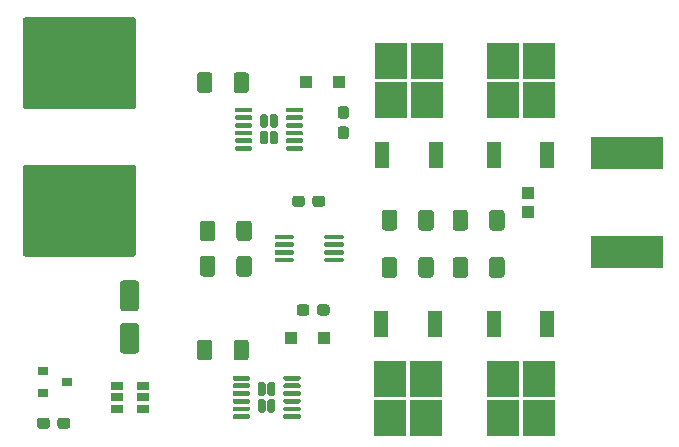
<source format=gtp>
G04 #@! TF.GenerationSoftware,KiCad,Pcbnew,(5.1.10)-1*
G04 #@! TF.CreationDate,2021-09-07T16:34:36-04:00*
G04 #@! TF.ProjectId,Motor_Controller,4d6f746f-725f-4436-9f6e-74726f6c6c65,rev?*
G04 #@! TF.SameCoordinates,Original*
G04 #@! TF.FileFunction,Paste,Top*
G04 #@! TF.FilePolarity,Positive*
%FSLAX46Y46*%
G04 Gerber Fmt 4.6, Leading zero omitted, Abs format (unit mm)*
G04 Created by KiCad (PCBNEW (5.1.10)-1) date 2021-09-07 16:34:36*
%MOMM*%
%LPD*%
G01*
G04 APERTURE LIST*
%ADD10R,1.060000X0.650000*%
%ADD11R,0.900000X0.800000*%
%ADD12R,1.000000X1.000000*%
%ADD13R,6.200000X2.700000*%
%ADD14R,2.750000X3.050000*%
%ADD15R,1.200000X2.200000*%
%ADD16R,1.100000X1.100000*%
G04 APERTURE END LIST*
G36*
G01*
X61262500Y-148837500D02*
X61262500Y-148362500D01*
G75*
G02*
X61500000Y-148125000I237500J0D01*
G01*
X62100000Y-148125000D01*
G75*
G02*
X62337500Y-148362500I0J-237500D01*
G01*
X62337500Y-148837500D01*
G75*
G02*
X62100000Y-149075000I-237500J0D01*
G01*
X61500000Y-149075000D01*
G75*
G02*
X61262500Y-148837500I0J237500D01*
G01*
G37*
G36*
G01*
X59537500Y-148837500D02*
X59537500Y-148362500D01*
G75*
G02*
X59775000Y-148125000I237500J0D01*
G01*
X60375000Y-148125000D01*
G75*
G02*
X60612500Y-148362500I0J-237500D01*
G01*
X60612500Y-148837500D01*
G75*
G02*
X60375000Y-149075000I-237500J0D01*
G01*
X59775000Y-149075000D01*
G75*
G02*
X59537500Y-148837500I0J237500D01*
G01*
G37*
G36*
G01*
X63262500Y-133062500D02*
X63737500Y-133062500D01*
G75*
G02*
X63975000Y-133300000I0J-237500D01*
G01*
X63975000Y-133900000D01*
G75*
G02*
X63737500Y-134137500I-237500J0D01*
G01*
X63262500Y-134137500D01*
G75*
G02*
X63025000Y-133900000I0J237500D01*
G01*
X63025000Y-133300000D01*
G75*
G02*
X63262500Y-133062500I237500J0D01*
G01*
G37*
G36*
G01*
X63262500Y-131337500D02*
X63737500Y-131337500D01*
G75*
G02*
X63975000Y-131575000I0J-237500D01*
G01*
X63975000Y-132175000D01*
G75*
G02*
X63737500Y-132412500I-237500J0D01*
G01*
X63262500Y-132412500D01*
G75*
G02*
X63025000Y-132175000I0J237500D01*
G01*
X63025000Y-131575000D01*
G75*
G02*
X63262500Y-131337500I237500J0D01*
G01*
G37*
G36*
G01*
X54200000Y-129975001D02*
X54200000Y-128724999D01*
G75*
G02*
X54449999Y-128475000I249999J0D01*
G01*
X55250001Y-128475000D01*
G75*
G02*
X55500000Y-128724999I0J-249999D01*
G01*
X55500000Y-129975001D01*
G75*
G02*
X55250001Y-130225000I-249999J0D01*
G01*
X54449999Y-130225000D01*
G75*
G02*
X54200000Y-129975001I0J249999D01*
G01*
G37*
G36*
G01*
X51100000Y-129975001D02*
X51100000Y-128724999D01*
G75*
G02*
X51349999Y-128475000I249999J0D01*
G01*
X52150001Y-128475000D01*
G75*
G02*
X52400000Y-128724999I0J-249999D01*
G01*
X52400000Y-129975001D01*
G75*
G02*
X52150001Y-130225000I-249999J0D01*
G01*
X51349999Y-130225000D01*
G75*
G02*
X51100000Y-129975001I0J249999D01*
G01*
G37*
D10*
X44300000Y-156000000D03*
X44300000Y-156950000D03*
X44300000Y-155050000D03*
X46500000Y-155050000D03*
X46500000Y-156000000D03*
X46500000Y-156950000D03*
D11*
X40100000Y-154700000D03*
X38100000Y-155650000D03*
X38100000Y-153750000D03*
G36*
G01*
X59300000Y-144275000D02*
X59300000Y-144475000D01*
G75*
G02*
X59200000Y-144575000I-100000J0D01*
G01*
X57775000Y-144575000D01*
G75*
G02*
X57675000Y-144475000I0J100000D01*
G01*
X57675000Y-144275000D01*
G75*
G02*
X57775000Y-144175000I100000J0D01*
G01*
X59200000Y-144175000D01*
G75*
G02*
X59300000Y-144275000I0J-100000D01*
G01*
G37*
G36*
G01*
X59300000Y-143625000D02*
X59300000Y-143825000D01*
G75*
G02*
X59200000Y-143925000I-100000J0D01*
G01*
X57775000Y-143925000D01*
G75*
G02*
X57675000Y-143825000I0J100000D01*
G01*
X57675000Y-143625000D01*
G75*
G02*
X57775000Y-143525000I100000J0D01*
G01*
X59200000Y-143525000D01*
G75*
G02*
X59300000Y-143625000I0J-100000D01*
G01*
G37*
G36*
G01*
X59300000Y-142975000D02*
X59300000Y-143175000D01*
G75*
G02*
X59200000Y-143275000I-100000J0D01*
G01*
X57775000Y-143275000D01*
G75*
G02*
X57675000Y-143175000I0J100000D01*
G01*
X57675000Y-142975000D01*
G75*
G02*
X57775000Y-142875000I100000J0D01*
G01*
X59200000Y-142875000D01*
G75*
G02*
X59300000Y-142975000I0J-100000D01*
G01*
G37*
G36*
G01*
X59300000Y-142325000D02*
X59300000Y-142525000D01*
G75*
G02*
X59200000Y-142625000I-100000J0D01*
G01*
X57775000Y-142625000D01*
G75*
G02*
X57675000Y-142525000I0J100000D01*
G01*
X57675000Y-142325000D01*
G75*
G02*
X57775000Y-142225000I100000J0D01*
G01*
X59200000Y-142225000D01*
G75*
G02*
X59300000Y-142325000I0J-100000D01*
G01*
G37*
G36*
G01*
X63525000Y-142325000D02*
X63525000Y-142525000D01*
G75*
G02*
X63425000Y-142625000I-100000J0D01*
G01*
X62000000Y-142625000D01*
G75*
G02*
X61900000Y-142525000I0J100000D01*
G01*
X61900000Y-142325000D01*
G75*
G02*
X62000000Y-142225000I100000J0D01*
G01*
X63425000Y-142225000D01*
G75*
G02*
X63525000Y-142325000I0J-100000D01*
G01*
G37*
G36*
G01*
X63525000Y-142975000D02*
X63525000Y-143175000D01*
G75*
G02*
X63425000Y-143275000I-100000J0D01*
G01*
X62000000Y-143275000D01*
G75*
G02*
X61900000Y-143175000I0J100000D01*
G01*
X61900000Y-142975000D01*
G75*
G02*
X62000000Y-142875000I100000J0D01*
G01*
X63425000Y-142875000D01*
G75*
G02*
X63525000Y-142975000I0J-100000D01*
G01*
G37*
G36*
G01*
X63525000Y-143625000D02*
X63525000Y-143825000D01*
G75*
G02*
X63425000Y-143925000I-100000J0D01*
G01*
X62000000Y-143925000D01*
G75*
G02*
X61900000Y-143825000I0J100000D01*
G01*
X61900000Y-143625000D01*
G75*
G02*
X62000000Y-143525000I100000J0D01*
G01*
X63425000Y-143525000D01*
G75*
G02*
X63525000Y-143625000I0J-100000D01*
G01*
G37*
G36*
G01*
X63525000Y-144275000D02*
X63525000Y-144475000D01*
G75*
G02*
X63425000Y-144575000I-100000J0D01*
G01*
X62000000Y-144575000D01*
G75*
G02*
X61900000Y-144475000I0J100000D01*
G01*
X61900000Y-144275000D01*
G75*
G02*
X62000000Y-144175000I100000J0D01*
G01*
X63425000Y-144175000D01*
G75*
G02*
X63525000Y-144275000I0J-100000D01*
G01*
G37*
G36*
G01*
X57075000Y-157117500D02*
X57075000Y-156302500D01*
G75*
G02*
X57242500Y-156135000I167500J0D01*
G01*
X57577500Y-156135000D01*
G75*
G02*
X57745000Y-156302500I0J-167500D01*
G01*
X57745000Y-157117500D01*
G75*
G02*
X57577500Y-157285000I-167500J0D01*
G01*
X57242500Y-157285000D01*
G75*
G02*
X57075000Y-157117500I0J167500D01*
G01*
G37*
G36*
G01*
X57075000Y-155697500D02*
X57075000Y-154882500D01*
G75*
G02*
X57242500Y-154715000I167500J0D01*
G01*
X57577500Y-154715000D01*
G75*
G02*
X57745000Y-154882500I0J-167500D01*
G01*
X57745000Y-155697500D01*
G75*
G02*
X57577500Y-155865000I-167500J0D01*
G01*
X57242500Y-155865000D01*
G75*
G02*
X57075000Y-155697500I0J167500D01*
G01*
G37*
G36*
G01*
X56255000Y-157117500D02*
X56255000Y-156302500D01*
G75*
G02*
X56422500Y-156135000I167500J0D01*
G01*
X56757500Y-156135000D01*
G75*
G02*
X56925000Y-156302500I0J-167500D01*
G01*
X56925000Y-157117500D01*
G75*
G02*
X56757500Y-157285000I-167500J0D01*
G01*
X56422500Y-157285000D01*
G75*
G02*
X56255000Y-157117500I0J167500D01*
G01*
G37*
G36*
G01*
X56255000Y-155697500D02*
X56255000Y-154882500D01*
G75*
G02*
X56422500Y-154715000I167500J0D01*
G01*
X56757500Y-154715000D01*
G75*
G02*
X56925000Y-154882500I0J-167500D01*
G01*
X56925000Y-155697500D01*
G75*
G02*
X56757500Y-155865000I-167500J0D01*
G01*
X56422500Y-155865000D01*
G75*
G02*
X56255000Y-155697500I0J167500D01*
G01*
G37*
G36*
G01*
X58425000Y-154475000D02*
X58425000Y-154275000D01*
G75*
G02*
X58525000Y-154175000I100000J0D01*
G01*
X59775000Y-154175000D01*
G75*
G02*
X59875000Y-154275000I0J-100000D01*
G01*
X59875000Y-154475000D01*
G75*
G02*
X59775000Y-154575000I-100000J0D01*
G01*
X58525000Y-154575000D01*
G75*
G02*
X58425000Y-154475000I0J100000D01*
G01*
G37*
G36*
G01*
X58425000Y-155125000D02*
X58425000Y-154925000D01*
G75*
G02*
X58525000Y-154825000I100000J0D01*
G01*
X59775000Y-154825000D01*
G75*
G02*
X59875000Y-154925000I0J-100000D01*
G01*
X59875000Y-155125000D01*
G75*
G02*
X59775000Y-155225000I-100000J0D01*
G01*
X58525000Y-155225000D01*
G75*
G02*
X58425000Y-155125000I0J100000D01*
G01*
G37*
G36*
G01*
X58425000Y-155775000D02*
X58425000Y-155575000D01*
G75*
G02*
X58525000Y-155475000I100000J0D01*
G01*
X59775000Y-155475000D01*
G75*
G02*
X59875000Y-155575000I0J-100000D01*
G01*
X59875000Y-155775000D01*
G75*
G02*
X59775000Y-155875000I-100000J0D01*
G01*
X58525000Y-155875000D01*
G75*
G02*
X58425000Y-155775000I0J100000D01*
G01*
G37*
G36*
G01*
X58425000Y-156425000D02*
X58425000Y-156225000D01*
G75*
G02*
X58525000Y-156125000I100000J0D01*
G01*
X59775000Y-156125000D01*
G75*
G02*
X59875000Y-156225000I0J-100000D01*
G01*
X59875000Y-156425000D01*
G75*
G02*
X59775000Y-156525000I-100000J0D01*
G01*
X58525000Y-156525000D01*
G75*
G02*
X58425000Y-156425000I0J100000D01*
G01*
G37*
G36*
G01*
X58425000Y-157075000D02*
X58425000Y-156875000D01*
G75*
G02*
X58525000Y-156775000I100000J0D01*
G01*
X59775000Y-156775000D01*
G75*
G02*
X59875000Y-156875000I0J-100000D01*
G01*
X59875000Y-157075000D01*
G75*
G02*
X59775000Y-157175000I-100000J0D01*
G01*
X58525000Y-157175000D01*
G75*
G02*
X58425000Y-157075000I0J100000D01*
G01*
G37*
G36*
G01*
X58425000Y-157725000D02*
X58425000Y-157525000D01*
G75*
G02*
X58525000Y-157425000I100000J0D01*
G01*
X59775000Y-157425000D01*
G75*
G02*
X59875000Y-157525000I0J-100000D01*
G01*
X59875000Y-157725000D01*
G75*
G02*
X59775000Y-157825000I-100000J0D01*
G01*
X58525000Y-157825000D01*
G75*
G02*
X58425000Y-157725000I0J100000D01*
G01*
G37*
G36*
G01*
X54125000Y-157725000D02*
X54125000Y-157525000D01*
G75*
G02*
X54225000Y-157425000I100000J0D01*
G01*
X55475000Y-157425000D01*
G75*
G02*
X55575000Y-157525000I0J-100000D01*
G01*
X55575000Y-157725000D01*
G75*
G02*
X55475000Y-157825000I-100000J0D01*
G01*
X54225000Y-157825000D01*
G75*
G02*
X54125000Y-157725000I0J100000D01*
G01*
G37*
G36*
G01*
X54125000Y-157075000D02*
X54125000Y-156875000D01*
G75*
G02*
X54225000Y-156775000I100000J0D01*
G01*
X55475000Y-156775000D01*
G75*
G02*
X55575000Y-156875000I0J-100000D01*
G01*
X55575000Y-157075000D01*
G75*
G02*
X55475000Y-157175000I-100000J0D01*
G01*
X54225000Y-157175000D01*
G75*
G02*
X54125000Y-157075000I0J100000D01*
G01*
G37*
G36*
G01*
X54125000Y-156425000D02*
X54125000Y-156225000D01*
G75*
G02*
X54225000Y-156125000I100000J0D01*
G01*
X55475000Y-156125000D01*
G75*
G02*
X55575000Y-156225000I0J-100000D01*
G01*
X55575000Y-156425000D01*
G75*
G02*
X55475000Y-156525000I-100000J0D01*
G01*
X54225000Y-156525000D01*
G75*
G02*
X54125000Y-156425000I0J100000D01*
G01*
G37*
G36*
G01*
X54125000Y-155775000D02*
X54125000Y-155575000D01*
G75*
G02*
X54225000Y-155475000I100000J0D01*
G01*
X55475000Y-155475000D01*
G75*
G02*
X55575000Y-155575000I0J-100000D01*
G01*
X55575000Y-155775000D01*
G75*
G02*
X55475000Y-155875000I-100000J0D01*
G01*
X54225000Y-155875000D01*
G75*
G02*
X54125000Y-155775000I0J100000D01*
G01*
G37*
G36*
G01*
X54125000Y-155125000D02*
X54125000Y-154925000D01*
G75*
G02*
X54225000Y-154825000I100000J0D01*
G01*
X55475000Y-154825000D01*
G75*
G02*
X55575000Y-154925000I0J-100000D01*
G01*
X55575000Y-155125000D01*
G75*
G02*
X55475000Y-155225000I-100000J0D01*
G01*
X54225000Y-155225000D01*
G75*
G02*
X54125000Y-155125000I0J100000D01*
G01*
G37*
G36*
G01*
X54125000Y-154475000D02*
X54125000Y-154275000D01*
G75*
G02*
X54225000Y-154175000I100000J0D01*
G01*
X55475000Y-154175000D01*
G75*
G02*
X55575000Y-154275000I0J-100000D01*
G01*
X55575000Y-154475000D01*
G75*
G02*
X55475000Y-154575000I-100000J0D01*
G01*
X54225000Y-154575000D01*
G75*
G02*
X54125000Y-154475000I0J100000D01*
G01*
G37*
G36*
G01*
X57275000Y-134417500D02*
X57275000Y-133602500D01*
G75*
G02*
X57442500Y-133435000I167500J0D01*
G01*
X57777500Y-133435000D01*
G75*
G02*
X57945000Y-133602500I0J-167500D01*
G01*
X57945000Y-134417500D01*
G75*
G02*
X57777500Y-134585000I-167500J0D01*
G01*
X57442500Y-134585000D01*
G75*
G02*
X57275000Y-134417500I0J167500D01*
G01*
G37*
G36*
G01*
X57275000Y-132997500D02*
X57275000Y-132182500D01*
G75*
G02*
X57442500Y-132015000I167500J0D01*
G01*
X57777500Y-132015000D01*
G75*
G02*
X57945000Y-132182500I0J-167500D01*
G01*
X57945000Y-132997500D01*
G75*
G02*
X57777500Y-133165000I-167500J0D01*
G01*
X57442500Y-133165000D01*
G75*
G02*
X57275000Y-132997500I0J167500D01*
G01*
G37*
G36*
G01*
X56455000Y-134417500D02*
X56455000Y-133602500D01*
G75*
G02*
X56622500Y-133435000I167500J0D01*
G01*
X56957500Y-133435000D01*
G75*
G02*
X57125000Y-133602500I0J-167500D01*
G01*
X57125000Y-134417500D01*
G75*
G02*
X56957500Y-134585000I-167500J0D01*
G01*
X56622500Y-134585000D01*
G75*
G02*
X56455000Y-134417500I0J167500D01*
G01*
G37*
G36*
G01*
X56455000Y-132997500D02*
X56455000Y-132182500D01*
G75*
G02*
X56622500Y-132015000I167500J0D01*
G01*
X56957500Y-132015000D01*
G75*
G02*
X57125000Y-132182500I0J-167500D01*
G01*
X57125000Y-132997500D01*
G75*
G02*
X56957500Y-133165000I-167500J0D01*
G01*
X56622500Y-133165000D01*
G75*
G02*
X56455000Y-132997500I0J167500D01*
G01*
G37*
G36*
G01*
X58625000Y-131775000D02*
X58625000Y-131575000D01*
G75*
G02*
X58725000Y-131475000I100000J0D01*
G01*
X59975000Y-131475000D01*
G75*
G02*
X60075000Y-131575000I0J-100000D01*
G01*
X60075000Y-131775000D01*
G75*
G02*
X59975000Y-131875000I-100000J0D01*
G01*
X58725000Y-131875000D01*
G75*
G02*
X58625000Y-131775000I0J100000D01*
G01*
G37*
G36*
G01*
X58625000Y-132425000D02*
X58625000Y-132225000D01*
G75*
G02*
X58725000Y-132125000I100000J0D01*
G01*
X59975000Y-132125000D01*
G75*
G02*
X60075000Y-132225000I0J-100000D01*
G01*
X60075000Y-132425000D01*
G75*
G02*
X59975000Y-132525000I-100000J0D01*
G01*
X58725000Y-132525000D01*
G75*
G02*
X58625000Y-132425000I0J100000D01*
G01*
G37*
G36*
G01*
X58625000Y-133075000D02*
X58625000Y-132875000D01*
G75*
G02*
X58725000Y-132775000I100000J0D01*
G01*
X59975000Y-132775000D01*
G75*
G02*
X60075000Y-132875000I0J-100000D01*
G01*
X60075000Y-133075000D01*
G75*
G02*
X59975000Y-133175000I-100000J0D01*
G01*
X58725000Y-133175000D01*
G75*
G02*
X58625000Y-133075000I0J100000D01*
G01*
G37*
G36*
G01*
X58625000Y-133725000D02*
X58625000Y-133525000D01*
G75*
G02*
X58725000Y-133425000I100000J0D01*
G01*
X59975000Y-133425000D01*
G75*
G02*
X60075000Y-133525000I0J-100000D01*
G01*
X60075000Y-133725000D01*
G75*
G02*
X59975000Y-133825000I-100000J0D01*
G01*
X58725000Y-133825000D01*
G75*
G02*
X58625000Y-133725000I0J100000D01*
G01*
G37*
G36*
G01*
X58625000Y-134375000D02*
X58625000Y-134175000D01*
G75*
G02*
X58725000Y-134075000I100000J0D01*
G01*
X59975000Y-134075000D01*
G75*
G02*
X60075000Y-134175000I0J-100000D01*
G01*
X60075000Y-134375000D01*
G75*
G02*
X59975000Y-134475000I-100000J0D01*
G01*
X58725000Y-134475000D01*
G75*
G02*
X58625000Y-134375000I0J100000D01*
G01*
G37*
G36*
G01*
X58625000Y-135025000D02*
X58625000Y-134825000D01*
G75*
G02*
X58725000Y-134725000I100000J0D01*
G01*
X59975000Y-134725000D01*
G75*
G02*
X60075000Y-134825000I0J-100000D01*
G01*
X60075000Y-135025000D01*
G75*
G02*
X59975000Y-135125000I-100000J0D01*
G01*
X58725000Y-135125000D01*
G75*
G02*
X58625000Y-135025000I0J100000D01*
G01*
G37*
G36*
G01*
X54325000Y-135025000D02*
X54325000Y-134825000D01*
G75*
G02*
X54425000Y-134725000I100000J0D01*
G01*
X55675000Y-134725000D01*
G75*
G02*
X55775000Y-134825000I0J-100000D01*
G01*
X55775000Y-135025000D01*
G75*
G02*
X55675000Y-135125000I-100000J0D01*
G01*
X54425000Y-135125000D01*
G75*
G02*
X54325000Y-135025000I0J100000D01*
G01*
G37*
G36*
G01*
X54325000Y-134375000D02*
X54325000Y-134175000D01*
G75*
G02*
X54425000Y-134075000I100000J0D01*
G01*
X55675000Y-134075000D01*
G75*
G02*
X55775000Y-134175000I0J-100000D01*
G01*
X55775000Y-134375000D01*
G75*
G02*
X55675000Y-134475000I-100000J0D01*
G01*
X54425000Y-134475000D01*
G75*
G02*
X54325000Y-134375000I0J100000D01*
G01*
G37*
G36*
G01*
X54325000Y-133725000D02*
X54325000Y-133525000D01*
G75*
G02*
X54425000Y-133425000I100000J0D01*
G01*
X55675000Y-133425000D01*
G75*
G02*
X55775000Y-133525000I0J-100000D01*
G01*
X55775000Y-133725000D01*
G75*
G02*
X55675000Y-133825000I-100000J0D01*
G01*
X54425000Y-133825000D01*
G75*
G02*
X54325000Y-133725000I0J100000D01*
G01*
G37*
G36*
G01*
X54325000Y-133075000D02*
X54325000Y-132875000D01*
G75*
G02*
X54425000Y-132775000I100000J0D01*
G01*
X55675000Y-132775000D01*
G75*
G02*
X55775000Y-132875000I0J-100000D01*
G01*
X55775000Y-133075000D01*
G75*
G02*
X55675000Y-133175000I-100000J0D01*
G01*
X54425000Y-133175000D01*
G75*
G02*
X54325000Y-133075000I0J100000D01*
G01*
G37*
G36*
G01*
X54325000Y-132425000D02*
X54325000Y-132225000D01*
G75*
G02*
X54425000Y-132125000I100000J0D01*
G01*
X55675000Y-132125000D01*
G75*
G02*
X55775000Y-132225000I0J-100000D01*
G01*
X55775000Y-132425000D01*
G75*
G02*
X55675000Y-132525000I-100000J0D01*
G01*
X54425000Y-132525000D01*
G75*
G02*
X54325000Y-132425000I0J100000D01*
G01*
G37*
G36*
G01*
X54325000Y-131775000D02*
X54325000Y-131575000D01*
G75*
G02*
X54425000Y-131475000I100000J0D01*
G01*
X55675000Y-131475000D01*
G75*
G02*
X55775000Y-131575000I0J-100000D01*
G01*
X55775000Y-131775000D01*
G75*
G02*
X55675000Y-131875000I-100000J0D01*
G01*
X54425000Y-131875000D01*
G75*
G02*
X54325000Y-131775000I0J100000D01*
G01*
G37*
D12*
X79100000Y-138700000D03*
X79100000Y-140300000D03*
D13*
X87500000Y-135350000D03*
X87500000Y-143650000D03*
G36*
G01*
X69850000Y-145625001D02*
X69850000Y-144374999D01*
G75*
G02*
X70099999Y-144125000I249999J0D01*
G01*
X70900001Y-144125000D01*
G75*
G02*
X71150000Y-144374999I0J-249999D01*
G01*
X71150000Y-145625001D01*
G75*
G02*
X70900001Y-145875000I-249999J0D01*
G01*
X70099999Y-145875000D01*
G75*
G02*
X69850000Y-145625001I0J249999D01*
G01*
G37*
G36*
G01*
X66750000Y-145625001D02*
X66750000Y-144374999D01*
G75*
G02*
X66999999Y-144125000I249999J0D01*
G01*
X67800001Y-144125000D01*
G75*
G02*
X68050000Y-144374999I0J-249999D01*
G01*
X68050000Y-145625001D01*
G75*
G02*
X67800001Y-145875000I-249999J0D01*
G01*
X66999999Y-145875000D01*
G75*
G02*
X66750000Y-145625001I0J249999D01*
G01*
G37*
G36*
G01*
X69850000Y-141625001D02*
X69850000Y-140374999D01*
G75*
G02*
X70099999Y-140125000I249999J0D01*
G01*
X70900001Y-140125000D01*
G75*
G02*
X71150000Y-140374999I0J-249999D01*
G01*
X71150000Y-141625001D01*
G75*
G02*
X70900001Y-141875000I-249999J0D01*
G01*
X70099999Y-141875000D01*
G75*
G02*
X69850000Y-141625001I0J249999D01*
G01*
G37*
G36*
G01*
X66750000Y-141625001D02*
X66750000Y-140374999D01*
G75*
G02*
X66999999Y-140125000I249999J0D01*
G01*
X67800001Y-140125000D01*
G75*
G02*
X68050000Y-140374999I0J-249999D01*
G01*
X68050000Y-141625001D01*
G75*
G02*
X67800001Y-141875000I-249999J0D01*
G01*
X66999999Y-141875000D01*
G75*
G02*
X66750000Y-141625001I0J249999D01*
G01*
G37*
G36*
G01*
X75850000Y-141625001D02*
X75850000Y-140374999D01*
G75*
G02*
X76099999Y-140125000I249999J0D01*
G01*
X76900001Y-140125000D01*
G75*
G02*
X77150000Y-140374999I0J-249999D01*
G01*
X77150000Y-141625001D01*
G75*
G02*
X76900001Y-141875000I-249999J0D01*
G01*
X76099999Y-141875000D01*
G75*
G02*
X75850000Y-141625001I0J249999D01*
G01*
G37*
G36*
G01*
X72750000Y-141625001D02*
X72750000Y-140374999D01*
G75*
G02*
X72999999Y-140125000I249999J0D01*
G01*
X73800001Y-140125000D01*
G75*
G02*
X74050000Y-140374999I0J-249999D01*
G01*
X74050000Y-141625001D01*
G75*
G02*
X73800001Y-141875000I-249999J0D01*
G01*
X72999999Y-141875000D01*
G75*
G02*
X72750000Y-141625001I0J249999D01*
G01*
G37*
G36*
G01*
X75850000Y-145625001D02*
X75850000Y-144374999D01*
G75*
G02*
X76099999Y-144125000I249999J0D01*
G01*
X76900001Y-144125000D01*
G75*
G02*
X77150000Y-144374999I0J-249999D01*
G01*
X77150000Y-145625001D01*
G75*
G02*
X76900001Y-145875000I-249999J0D01*
G01*
X76099999Y-145875000D01*
G75*
G02*
X75850000Y-145625001I0J249999D01*
G01*
G37*
G36*
G01*
X72750000Y-145625001D02*
X72750000Y-144374999D01*
G75*
G02*
X72999999Y-144125000I249999J0D01*
G01*
X73800001Y-144125000D01*
G75*
G02*
X74050000Y-144374999I0J-249999D01*
G01*
X74050000Y-145625001D01*
G75*
G02*
X73800001Y-145875000I-249999J0D01*
G01*
X72999999Y-145875000D01*
G75*
G02*
X72750000Y-145625001I0J249999D01*
G01*
G37*
G36*
G01*
X54450000Y-142525001D02*
X54450000Y-141274999D01*
G75*
G02*
X54699999Y-141025000I249999J0D01*
G01*
X55500001Y-141025000D01*
G75*
G02*
X55750000Y-141274999I0J-249999D01*
G01*
X55750000Y-142525001D01*
G75*
G02*
X55500001Y-142775000I-249999J0D01*
G01*
X54699999Y-142775000D01*
G75*
G02*
X54450000Y-142525001I0J249999D01*
G01*
G37*
G36*
G01*
X51350000Y-142525001D02*
X51350000Y-141274999D01*
G75*
G02*
X51599999Y-141025000I249999J0D01*
G01*
X52400001Y-141025000D01*
G75*
G02*
X52650000Y-141274999I0J-249999D01*
G01*
X52650000Y-142525001D01*
G75*
G02*
X52400001Y-142775000I-249999J0D01*
G01*
X51599999Y-142775000D01*
G75*
G02*
X51350000Y-142525001I0J249999D01*
G01*
G37*
G36*
G01*
X52650000Y-144274999D02*
X52650000Y-145525001D01*
G75*
G02*
X52400001Y-145775000I-249999J0D01*
G01*
X51599999Y-145775000D01*
G75*
G02*
X51350000Y-145525001I0J249999D01*
G01*
X51350000Y-144274999D01*
G75*
G02*
X51599999Y-144025000I249999J0D01*
G01*
X52400001Y-144025000D01*
G75*
G02*
X52650000Y-144274999I0J-249999D01*
G01*
G37*
G36*
G01*
X55750000Y-144274999D02*
X55750000Y-145525001D01*
G75*
G02*
X55500001Y-145775000I-249999J0D01*
G01*
X54699999Y-145775000D01*
G75*
G02*
X54450000Y-145525001I0J249999D01*
G01*
X54450000Y-144274999D01*
G75*
G02*
X54699999Y-144025000I249999J0D01*
G01*
X55500001Y-144025000D01*
G75*
G02*
X55750000Y-144274999I0J-249999D01*
G01*
G37*
G36*
G01*
X54200000Y-152625001D02*
X54200000Y-151374999D01*
G75*
G02*
X54449999Y-151125000I249999J0D01*
G01*
X55250001Y-151125000D01*
G75*
G02*
X55500000Y-151374999I0J-249999D01*
G01*
X55500000Y-152625001D01*
G75*
G02*
X55250001Y-152875000I-249999J0D01*
G01*
X54449999Y-152875000D01*
G75*
G02*
X54200000Y-152625001I0J249999D01*
G01*
G37*
G36*
G01*
X51100000Y-152625001D02*
X51100000Y-151374999D01*
G75*
G02*
X51349999Y-151125000I249999J0D01*
G01*
X52150001Y-151125000D01*
G75*
G02*
X52400000Y-151374999I0J-249999D01*
G01*
X52400000Y-152625001D01*
G75*
G02*
X52150001Y-152875000I-249999J0D01*
G01*
X51349999Y-152875000D01*
G75*
G02*
X51100000Y-152625001I0J249999D01*
G01*
G37*
D14*
X76975000Y-154425000D03*
X80025000Y-157775000D03*
X80025000Y-154425000D03*
X76975000Y-157775000D03*
D15*
X76220000Y-149800000D03*
X80780000Y-149800000D03*
D14*
X67475000Y-154425000D03*
X70525000Y-157775000D03*
X70525000Y-154425000D03*
X67475000Y-157775000D03*
D15*
X66720000Y-149800000D03*
X71280000Y-149800000D03*
D14*
X80025000Y-130850000D03*
X76975000Y-127500000D03*
X76975000Y-130850000D03*
X80025000Y-127500000D03*
D15*
X80780000Y-135475000D03*
X76220000Y-135475000D03*
D14*
X70550000Y-130850000D03*
X67500000Y-127500000D03*
X67500000Y-130850000D03*
X70550000Y-127500000D03*
D15*
X71305000Y-135475000D03*
X66745000Y-135475000D03*
D16*
X59100000Y-151000000D03*
X61900000Y-151000000D03*
X60300000Y-129300000D03*
X63100000Y-129300000D03*
G36*
G01*
X39287500Y-158437500D02*
X39287500Y-157962500D01*
G75*
G02*
X39525000Y-157725000I237500J0D01*
G01*
X40125000Y-157725000D01*
G75*
G02*
X40362500Y-157962500I0J-237500D01*
G01*
X40362500Y-158437500D01*
G75*
G02*
X40125000Y-158675000I-237500J0D01*
G01*
X39525000Y-158675000D01*
G75*
G02*
X39287500Y-158437500I0J237500D01*
G01*
G37*
G36*
G01*
X37562500Y-158437500D02*
X37562500Y-157962500D01*
G75*
G02*
X37800000Y-157725000I237500J0D01*
G01*
X38400000Y-157725000D01*
G75*
G02*
X38637500Y-157962500I0J-237500D01*
G01*
X38637500Y-158437500D01*
G75*
G02*
X38400000Y-158675000I-237500J0D01*
G01*
X37800000Y-158675000D01*
G75*
G02*
X37562500Y-158437500I0J237500D01*
G01*
G37*
G36*
G01*
X44850000Y-149700000D02*
X45950000Y-149700000D01*
G75*
G02*
X46200000Y-149950000I0J-250000D01*
G01*
X46200000Y-152050000D01*
G75*
G02*
X45950000Y-152300000I-250000J0D01*
G01*
X44850000Y-152300000D01*
G75*
G02*
X44600000Y-152050000I0J250000D01*
G01*
X44600000Y-149950000D01*
G75*
G02*
X44850000Y-149700000I250000J0D01*
G01*
G37*
G36*
G01*
X44850000Y-146100000D02*
X45950000Y-146100000D01*
G75*
G02*
X46200000Y-146350000I0J-250000D01*
G01*
X46200000Y-148450000D01*
G75*
G02*
X45950000Y-148700000I-250000J0D01*
G01*
X44850000Y-148700000D01*
G75*
G02*
X44600000Y-148450000I0J250000D01*
G01*
X44600000Y-146350000D01*
G75*
G02*
X44850000Y-146100000I250000J0D01*
G01*
G37*
G36*
G01*
X36599997Y-136300000D02*
X45700003Y-136300000D01*
G75*
G02*
X45950000Y-136549997I0J-249997D01*
G01*
X45950000Y-143850003D01*
G75*
G02*
X45700003Y-144100000I-249997J0D01*
G01*
X36599997Y-144100000D01*
G75*
G02*
X36350000Y-143850003I0J249997D01*
G01*
X36350000Y-136549997D01*
G75*
G02*
X36599997Y-136300000I249997J0D01*
G01*
G37*
G36*
G01*
X36599997Y-123800000D02*
X45700003Y-123800000D01*
G75*
G02*
X45950000Y-124049997I0J-249997D01*
G01*
X45950000Y-131350003D01*
G75*
G02*
X45700003Y-131600000I-249997J0D01*
G01*
X36599997Y-131600000D01*
G75*
G02*
X36350000Y-131350003I0J249997D01*
G01*
X36350000Y-124049997D01*
G75*
G02*
X36599997Y-123800000I249997J0D01*
G01*
G37*
G36*
G01*
X60887500Y-139637500D02*
X60887500Y-139162500D01*
G75*
G02*
X61125000Y-138925000I237500J0D01*
G01*
X61725000Y-138925000D01*
G75*
G02*
X61962500Y-139162500I0J-237500D01*
G01*
X61962500Y-139637500D01*
G75*
G02*
X61725000Y-139875000I-237500J0D01*
G01*
X61125000Y-139875000D01*
G75*
G02*
X60887500Y-139637500I0J237500D01*
G01*
G37*
G36*
G01*
X59162500Y-139637500D02*
X59162500Y-139162500D01*
G75*
G02*
X59400000Y-138925000I237500J0D01*
G01*
X60000000Y-138925000D01*
G75*
G02*
X60237500Y-139162500I0J-237500D01*
G01*
X60237500Y-139637500D01*
G75*
G02*
X60000000Y-139875000I-237500J0D01*
G01*
X59400000Y-139875000D01*
G75*
G02*
X59162500Y-139637500I0J237500D01*
G01*
G37*
M02*

</source>
